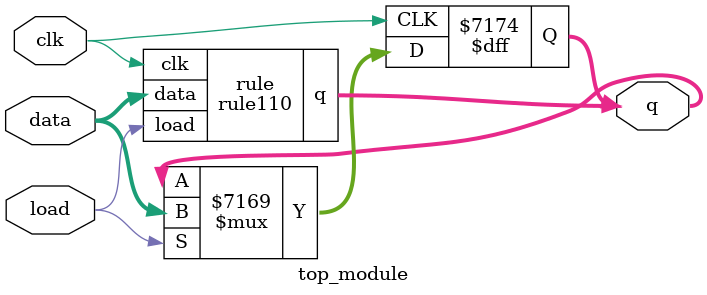
<source format=sv>
module rule110(
    input clk,
    input load,
    input [511:0] data,
    output reg [511:0] q);

    reg [511:0] q_temp;

    always @(posedge clk) begin
        if (load) begin
            q <= data;
        end else begin
            q_temp[0] <= (~q[1] & q[0]) ^ (q[1] | ~q[0]);
            q_temp[511] <= (q[510] & ~q[511]) ^ (q[510] | ~q[511]);

            for (integer i = 1; i < 511; i = i + 1) begin
                q_temp[i] <= (q[i-1] & q[i] & ~q[i+1]) ^ (q[i-1] & q[i] | q[i-1] & ~q[i+1] | q[i] & ~q[i+1]);
            end

            q <= q_temp;
        end
    end
endmodule
module top_module(
    input clk,
    input load,
    input [511:0] data,
    output reg [511:0] q);

    rule110 rule (
        .clk(clk),
        .load(load),
        .data(data),
        .q(q)
    );

    always @(posedge clk) begin
        if (load) begin
            q <= data;
        end
    end

endmodule

</source>
